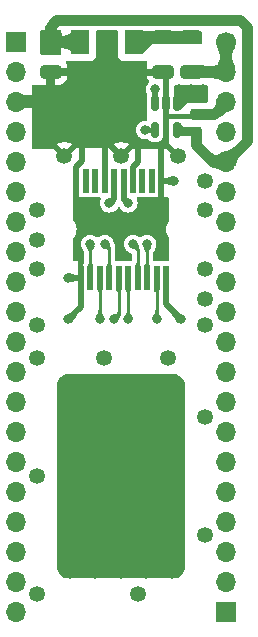
<source format=gtl>
G04 #@! TF.GenerationSoftware,KiCad,Pcbnew,7.0.7*
G04 #@! TF.CreationDate,2023-09-03T23:32:02-04:00*
G04 #@! TF.ProjectId,sfp-snoop,7366702d-736e-46f6-9f70-2e6b69636164,rev?*
G04 #@! TF.SameCoordinates,Original*
G04 #@! TF.FileFunction,Copper,L1,Top*
G04 #@! TF.FilePolarity,Positive*
%FSLAX46Y46*%
G04 Gerber Fmt 4.6, Leading zero omitted, Abs format (unit mm)*
G04 Created by KiCad (PCBNEW 7.0.7) date 2023-09-03 23:32:02*
%MOMM*%
%LPD*%
G01*
G04 APERTURE LIST*
G04 Aperture macros list*
%AMRoundRect*
0 Rectangle with rounded corners*
0 $1 Rounding radius*
0 $2 $3 $4 $5 $6 $7 $8 $9 X,Y pos of 4 corners*
0 Add a 4 corners polygon primitive as box body*
4,1,4,$2,$3,$4,$5,$6,$7,$8,$9,$2,$3,0*
0 Add four circle primitives for the rounded corners*
1,1,$1+$1,$2,$3*
1,1,$1+$1,$4,$5*
1,1,$1+$1,$6,$7*
1,1,$1+$1,$8,$9*
0 Add four rect primitives between the rounded corners*
20,1,$1+$1,$2,$3,$4,$5,0*
20,1,$1+$1,$4,$5,$6,$7,0*
20,1,$1+$1,$6,$7,$8,$9,0*
20,1,$1+$1,$8,$9,$2,$3,0*%
G04 Aperture macros list end*
G04 #@! TA.AperFunction,ComponentPad*
%ADD10C,1.700000*%
G04 #@! TD*
G04 #@! TA.AperFunction,ComponentPad*
%ADD11O,1.700000X1.700000*%
G04 #@! TD*
G04 #@! TA.AperFunction,ComponentPad*
%ADD12R,1.700000X1.700000*%
G04 #@! TD*
G04 #@! TA.AperFunction,SMDPad,CuDef*
%ADD13RoundRect,0.225000X0.250000X-0.225000X0.250000X0.225000X-0.250000X0.225000X-0.250000X-0.225000X0*%
G04 #@! TD*
G04 #@! TA.AperFunction,SMDPad,CuDef*
%ADD14R,0.500000X2.000000*%
G04 #@! TD*
G04 #@! TA.AperFunction,ComponentPad*
%ADD15C,1.350000*%
G04 #@! TD*
G04 #@! TA.AperFunction,SMDPad,CuDef*
%ADD16RoundRect,0.250000X-0.650000X0.325000X-0.650000X-0.325000X0.650000X-0.325000X0.650000X0.325000X0*%
G04 #@! TD*
G04 #@! TA.AperFunction,SMDPad,CuDef*
%ADD17RoundRect,0.150000X-0.150000X0.512500X-0.150000X-0.512500X0.150000X-0.512500X0.150000X0.512500X0*%
G04 #@! TD*
G04 #@! TA.AperFunction,SMDPad,CuDef*
%ADD18RoundRect,0.250000X0.650000X-0.325000X0.650000X0.325000X-0.650000X0.325000X-0.650000X-0.325000X0*%
G04 #@! TD*
G04 #@! TA.AperFunction,SMDPad,CuDef*
%ADD19R,1.500000X2.000000*%
G04 #@! TD*
G04 #@! TA.AperFunction,SMDPad,CuDef*
%ADD20R,3.800000X2.000000*%
G04 #@! TD*
G04 #@! TA.AperFunction,ViaPad*
%ADD21C,0.800000*%
G04 #@! TD*
G04 #@! TA.AperFunction,ViaPad*
%ADD22C,2.159000*%
G04 #@! TD*
G04 #@! TA.AperFunction,Conductor*
%ADD23C,0.254000*%
G04 #@! TD*
G04 #@! TA.AperFunction,Conductor*
%ADD24C,0.508000*%
G04 #@! TD*
G04 #@! TA.AperFunction,Conductor*
%ADD25C,0.381000*%
G04 #@! TD*
G04 #@! TA.AperFunction,Conductor*
%ADD26C,0.889000*%
G04 #@! TD*
G04 #@! TA.AperFunction,Conductor*
%ADD27C,1.016000*%
G04 #@! TD*
G04 APERTURE END LIST*
D10*
X147320000Y-63500000D03*
D11*
X147320000Y-66040000D03*
X147320000Y-68580000D03*
X147320000Y-71120000D03*
X147320000Y-73660000D03*
X147320000Y-76200000D03*
X147320000Y-78740000D03*
X147320000Y-81280000D03*
X147320000Y-83820000D03*
X147320000Y-86360000D03*
X147320000Y-88900000D03*
X147320000Y-91440000D03*
X147320000Y-93980000D03*
X147320000Y-96520000D03*
X147320000Y-99060000D03*
X147320000Y-101600000D03*
X147320000Y-104140000D03*
X147320000Y-106680000D03*
X147320000Y-109220000D03*
D12*
X147320000Y-111760000D03*
D13*
X144729200Y-71158400D03*
X144729200Y-69608400D03*
D14*
X135025000Y-83475000D03*
X135825000Y-83475000D03*
X136625000Y-83475000D03*
X137425000Y-83475000D03*
X138225000Y-83475000D03*
X139025000Y-83475000D03*
X139825000Y-83475000D03*
X140625000Y-83475000D03*
X141425000Y-83475000D03*
X142225000Y-83475000D03*
X141825000Y-75275000D03*
X141025000Y-75275000D03*
X140225000Y-75275000D03*
X139425000Y-75275000D03*
X138625000Y-75275000D03*
X137825000Y-75275000D03*
X137025000Y-75275000D03*
X136225000Y-75275000D03*
X135425000Y-75275000D03*
X134625000Y-75275000D03*
D15*
X131300000Y-110275000D03*
X139875000Y-110275000D03*
X145550000Y-105275000D03*
X131300000Y-100275000D03*
X145550000Y-95275000D03*
X131300000Y-90275000D03*
X136975000Y-90275000D03*
X142375000Y-90275000D03*
X131300000Y-87475000D03*
X145550000Y-87475000D03*
X145550000Y-85275000D03*
X131300000Y-82775000D03*
X145550000Y-82775000D03*
X131300000Y-80275000D03*
X131300000Y-77775000D03*
X145550000Y-77775000D03*
X145550000Y-75275000D03*
X133625000Y-73175000D03*
X138425000Y-73175000D03*
X143225000Y-73175000D03*
D12*
X129540000Y-63500000D03*
D11*
X129540000Y-66040000D03*
X129540000Y-68580000D03*
X129540000Y-71120000D03*
X129540000Y-73660000D03*
X129540000Y-76200000D03*
X129540000Y-78740000D03*
X129540000Y-81280000D03*
X129540000Y-83820000D03*
X129540000Y-86360000D03*
X129540000Y-88900000D03*
X129540000Y-91440000D03*
X129540000Y-93980000D03*
X129540000Y-96520000D03*
X129540000Y-99060000D03*
X129540000Y-101600000D03*
X129540000Y-104140000D03*
X129540000Y-106680000D03*
X129540000Y-109220000D03*
X129540000Y-111760000D03*
D16*
X142010000Y-63095000D03*
X142010000Y-66045000D03*
X132460000Y-63095000D03*
X132460000Y-66045000D03*
D17*
X143190000Y-68687100D03*
X142240000Y-68687100D03*
X141290000Y-68687100D03*
X141290000Y-70962100D03*
X143190000Y-70962100D03*
D18*
X144340000Y-66045000D03*
X144340000Y-63095000D03*
D19*
X139525000Y-63520000D03*
X137225000Y-63520000D03*
D20*
X137225000Y-69820000D03*
D19*
X134925000Y-63520000D03*
D21*
X141290000Y-67538600D03*
X140625000Y-80619600D03*
X139425000Y-80619600D03*
X135825000Y-80619600D03*
X137025000Y-80619600D03*
X137825000Y-86995000D03*
X139025000Y-86995000D03*
X136625000Y-86995000D03*
X140462000Y-70962100D03*
X141425000Y-86995000D03*
X134431000Y-65607000D03*
D22*
X142722600Y-103530400D03*
X140563600Y-97053400D03*
X136245600Y-105689400D03*
X142722600Y-101371400D03*
X142722600Y-99212400D03*
X136245600Y-97053400D03*
D21*
X137225000Y-66750000D03*
X137225000Y-65607000D03*
X135077200Y-79629000D03*
D22*
X134086600Y-105689400D03*
X136245600Y-101371400D03*
X134086600Y-107848400D03*
X138404600Y-103530400D03*
D21*
X138622000Y-66750000D03*
D22*
X136245600Y-99212400D03*
X138404600Y-92735400D03*
X134086600Y-99212400D03*
X140563600Y-92735400D03*
D21*
X134431000Y-66750000D03*
D22*
X134086600Y-101371400D03*
X142722600Y-92735400D03*
X142722600Y-105689400D03*
D21*
X138622000Y-67893000D03*
X135828000Y-66750000D03*
D22*
X138404600Y-94894400D03*
X140563600Y-99212400D03*
D21*
X142875000Y-75275000D03*
X135559800Y-71424800D03*
X137225000Y-67893000D03*
X141579600Y-79375000D03*
X140019000Y-66750000D03*
D22*
X140563600Y-101371400D03*
X142722600Y-97053400D03*
X134086600Y-97053400D03*
X134086600Y-92735400D03*
D21*
X138622000Y-65607000D03*
X131546600Y-71424800D03*
D22*
X140563600Y-107848400D03*
X140563600Y-94894400D03*
X138404600Y-101371400D03*
X142722600Y-94894400D03*
D21*
X133959600Y-83475000D03*
D22*
X136245600Y-107848400D03*
D21*
X135828000Y-65607000D03*
D22*
X140563600Y-103530400D03*
D21*
X131546600Y-67919600D03*
D22*
X134086600Y-94894400D03*
X136245600Y-103530400D03*
X136245600Y-92735400D03*
X142722600Y-107848400D03*
X138404600Y-105689400D03*
D21*
X135828000Y-67893000D03*
D22*
X138404600Y-97053400D03*
X136245600Y-94894400D03*
D21*
X133959600Y-86995000D03*
X140019000Y-67893000D03*
D22*
X138404600Y-107848400D03*
D21*
X140019000Y-65607000D03*
X134431000Y-67893000D03*
X131546600Y-69596000D03*
D22*
X134086600Y-103530400D03*
X138404600Y-99212400D03*
X140563600Y-105689400D03*
D21*
X132943600Y-64185800D03*
X145338800Y-67538600D03*
X144340000Y-67538600D03*
X137425000Y-77180000D03*
X143332200Y-67538600D03*
X139025000Y-77180000D03*
X143484600Y-86995000D03*
D23*
X141290000Y-67538600D02*
X141290000Y-68687100D01*
X140625000Y-83475000D02*
X140625000Y-80619600D01*
X139825000Y-83475000D02*
X139825000Y-81019600D01*
X139825000Y-81019600D02*
X139425000Y-80619600D01*
X135825000Y-83475000D02*
X135825000Y-80619600D01*
X137425000Y-83475000D02*
X137425000Y-81019600D01*
X137425000Y-81019600D02*
X137025000Y-80619600D01*
X138225000Y-83475000D02*
X138225000Y-86595000D01*
X138225000Y-86595000D02*
X137825000Y-86995000D01*
X139025000Y-83475000D02*
X139025000Y-86995000D01*
X136625000Y-83475000D02*
X136625000Y-86995000D01*
X140462000Y-70962100D02*
X141290000Y-70962100D01*
X141425000Y-83475000D02*
X141425000Y-86995000D01*
D24*
X134625000Y-74086800D02*
X135102600Y-73609200D01*
D23*
X142367000Y-68814100D02*
X142240000Y-68687100D01*
D25*
X142240000Y-69824600D02*
X142240000Y-68687100D01*
D24*
X137025000Y-70020000D02*
X137225000Y-69820000D01*
X137025000Y-75275000D02*
X137025000Y-70020000D01*
X135025000Y-83475000D02*
X135025000Y-85929600D01*
D26*
X144729200Y-69608400D02*
X146291600Y-69608400D01*
D24*
X141825000Y-75275000D02*
X142875000Y-75275000D01*
X139852400Y-73660000D02*
X139852400Y-72186800D01*
X142240000Y-68687100D02*
X142240000Y-66275000D01*
D25*
X144513000Y-69824600D02*
X142240000Y-69824600D01*
D24*
X142240000Y-66275000D02*
X142010000Y-66045000D01*
X133959600Y-83475000D02*
X135025000Y-83475000D01*
X135102600Y-73609200D02*
X135102600Y-72034400D01*
X135025000Y-85929600D02*
X133959600Y-86995000D01*
X139425000Y-74087400D02*
X139852400Y-73660000D01*
X134625000Y-75275000D02*
X134625000Y-74086800D01*
D26*
X146291600Y-69608400D02*
X147320000Y-68580000D01*
D25*
X144729200Y-69608400D02*
X144513000Y-69824600D01*
D24*
X139425000Y-75275000D02*
X139425000Y-74087400D01*
D25*
X144729200Y-69608400D02*
X144487600Y-69850000D01*
D24*
X141825000Y-75275000D02*
X141825000Y-72229000D01*
D23*
X133702000Y-73602000D02*
X133625000Y-73602000D01*
D26*
X132460000Y-63095000D02*
X132460000Y-62165000D01*
X147320000Y-73660000D02*
X146177000Y-73660000D01*
X132950000Y-61675000D02*
X148475000Y-61675000D01*
X149075000Y-71905000D02*
X147320000Y-73660000D01*
X144729200Y-72212200D02*
X144729200Y-71158400D01*
X132460000Y-62165000D02*
X132950000Y-61675000D01*
D27*
X134925000Y-63520000D02*
X132885000Y-63520000D01*
D26*
X148475000Y-61675000D02*
X149075000Y-62275000D01*
X146177000Y-73660000D02*
X144729200Y-72212200D01*
X147320000Y-73660000D02*
X147290000Y-73660000D01*
X149075000Y-62275000D02*
X149075000Y-71905000D01*
D27*
X132885000Y-63520000D02*
X132460000Y-63095000D01*
X147320000Y-66040000D02*
X144345000Y-66040000D01*
X147320000Y-66040000D02*
X147320000Y-63500000D01*
D24*
X137825000Y-76780000D02*
X137425000Y-77180000D01*
X138625000Y-75275000D02*
X138625000Y-76780000D01*
X138625000Y-76780000D02*
X139025000Y-77180000D01*
X137825000Y-75275000D02*
X137825000Y-76780000D01*
X142225000Y-83475000D02*
X142225000Y-85735400D01*
X142225000Y-85735400D02*
X143484600Y-86995000D01*
G04 #@! TA.AperFunction,Conductor*
G36*
X141435031Y-83516262D02*
G01*
X141436351Y-83519449D01*
X141673709Y-84469833D01*
X141672389Y-84478690D01*
X141671952Y-84479365D01*
X141650403Y-84510234D01*
X141650400Y-84510239D01*
X141630108Y-84545395D01*
X141625797Y-84552864D01*
X141601203Y-84602854D01*
X141601203Y-84602853D01*
X141576600Y-84660240D01*
X141554866Y-84717455D01*
X141548725Y-84723972D01*
X141543929Y-84725000D01*
X141306071Y-84725000D01*
X141297798Y-84721573D01*
X141295134Y-84717455D01*
X141273400Y-84660240D01*
X141248797Y-84602853D01*
X141248797Y-84602854D01*
X141224203Y-84552864D01*
X141219891Y-84545395D01*
X141199600Y-84510239D01*
X141178046Y-84479364D01*
X141176122Y-84470620D01*
X141176290Y-84469833D01*
X141413649Y-83519449D01*
X141418978Y-83512253D01*
X141427835Y-83510933D01*
X141435031Y-83516262D01*
G37*
G04 #@! TD.AperFunction*
G04 #@! TA.AperFunction,Conductor*
G36*
X146546900Y-68259765D02*
G01*
X147316512Y-68578143D01*
X147322846Y-68584472D01*
X147322853Y-68584488D01*
X147641156Y-69355309D01*
X147641147Y-69364264D01*
X147635652Y-69370201D01*
X147253707Y-69564720D01*
X146985606Y-69751232D01*
X146754481Y-69906040D01*
X146752080Y-69907273D01*
X146470811Y-70012816D01*
X146467789Y-70013511D01*
X146058764Y-70051705D01*
X146050208Y-70049062D01*
X146046027Y-70041144D01*
X146045976Y-70040056D01*
X146045976Y-69173379D01*
X146049403Y-69165106D01*
X146055246Y-69161934D01*
X146276027Y-69115119D01*
X146384083Y-68981192D01*
X146425986Y-68780736D01*
X146457472Y-68533199D01*
X146457800Y-68531572D01*
X146531166Y-68267447D01*
X146536681Y-68260394D01*
X146545569Y-68259307D01*
X146546900Y-68259765D01*
G37*
G04 #@! TD.AperFunction*
G04 #@! TA.AperFunction,Conductor*
G36*
X136183123Y-80767908D02*
G01*
X136189441Y-80774255D01*
X136189420Y-80783209D01*
X136189148Y-80783813D01*
X136118684Y-80929093D01*
X136118419Y-80929578D01*
X136052063Y-81038776D01*
X135999304Y-81134561D01*
X135999301Y-81134568D01*
X135964534Y-81250301D01*
X135964533Y-81250304D01*
X135952802Y-81408764D01*
X135948774Y-81416761D01*
X135941134Y-81419600D01*
X135708866Y-81419600D01*
X135700593Y-81416173D01*
X135697198Y-81408764D01*
X135685465Y-81250304D01*
X135685464Y-81250301D01*
X135650696Y-81134568D01*
X135650693Y-81134561D01*
X135597935Y-81038776D01*
X135531579Y-80929578D01*
X135531314Y-80929092D01*
X135460851Y-80783813D01*
X135460324Y-80774874D01*
X135466272Y-80768180D01*
X135466862Y-80767914D01*
X135820500Y-80620475D01*
X135829449Y-80620455D01*
X136183123Y-80767908D01*
G37*
G04 #@! TD.AperFunction*
G04 #@! TA.AperFunction,Conductor*
G36*
X147324484Y-63500863D02*
G01*
X148094576Y-63820826D01*
X148100900Y-63827164D01*
X148100925Y-63836036D01*
X148026688Y-64018654D01*
X147973416Y-64149701D01*
X147973413Y-64149710D01*
X147891765Y-64387099D01*
X147848325Y-64599755D01*
X147831078Y-64849965D01*
X147828102Y-65188403D01*
X147824602Y-65196646D01*
X147816402Y-65200000D01*
X146823598Y-65200000D01*
X146815325Y-65196573D01*
X146811898Y-65188403D01*
X146808921Y-64849964D01*
X146808921Y-64849958D01*
X146791672Y-64599752D01*
X146748233Y-64387096D01*
X146666583Y-64149701D01*
X146539074Y-63836035D01*
X146539133Y-63827081D01*
X146545422Y-63820826D01*
X147315511Y-63500864D01*
X147324466Y-63500856D01*
X147324484Y-63500863D01*
G37*
G04 #@! TD.AperFunction*
G04 #@! TA.AperFunction,Conductor*
G36*
X142801831Y-91592699D02*
G01*
X142879070Y-91600305D01*
X142984861Y-91610725D01*
X143008691Y-91615464D01*
X143175924Y-91666194D01*
X143198372Y-91675493D01*
X143352487Y-91757869D01*
X143372698Y-91771374D01*
X143507779Y-91882232D01*
X143524967Y-91899420D01*
X143635825Y-92034501D01*
X143649330Y-92054712D01*
X143731703Y-92208819D01*
X143741006Y-92231278D01*
X143791733Y-92398502D01*
X143796475Y-92422343D01*
X143814501Y-92605367D01*
X143814800Y-92611448D01*
X143814800Y-107921551D01*
X143814501Y-107927632D01*
X143796475Y-108110656D01*
X143791733Y-108134497D01*
X143741006Y-108301721D01*
X143731703Y-108324180D01*
X143649330Y-108478287D01*
X143635825Y-108498498D01*
X143524967Y-108633579D01*
X143507779Y-108650767D01*
X143372698Y-108761625D01*
X143352487Y-108775130D01*
X143198380Y-108857503D01*
X143175921Y-108866806D01*
X143008697Y-108917533D01*
X142984856Y-108922275D01*
X142801832Y-108940301D01*
X142795751Y-108940600D01*
X134013449Y-108940600D01*
X134007368Y-108940301D01*
X133824343Y-108922275D01*
X133800502Y-108917533D01*
X133633278Y-108866806D01*
X133610822Y-108857504D01*
X133456712Y-108775130D01*
X133436501Y-108761625D01*
X133301420Y-108650767D01*
X133284232Y-108633579D01*
X133173374Y-108498498D01*
X133159869Y-108478287D01*
X133077493Y-108324172D01*
X133068193Y-108301721D01*
X133017464Y-108134491D01*
X133012725Y-108110663D01*
X132994697Y-107927619D01*
X132994400Y-107921571D01*
X132994400Y-92611427D01*
X132994697Y-92605381D01*
X133012725Y-92422334D01*
X133017464Y-92398510D01*
X133068195Y-92231271D01*
X133077491Y-92208830D01*
X133159872Y-92054706D01*
X133173374Y-92034501D01*
X133284236Y-91899415D01*
X133301415Y-91882236D01*
X133436502Y-91771372D01*
X133456706Y-91757872D01*
X133610830Y-91675491D01*
X133633271Y-91666195D01*
X133800510Y-91615464D01*
X133824336Y-91610725D01*
X133936340Y-91599694D01*
X134007369Y-91592699D01*
X134013449Y-91592400D01*
X142795751Y-91592400D01*
X142801831Y-91592699D01*
G37*
G04 #@! TD.AperFunction*
G04 #@! TA.AperFunction,Conductor*
G36*
X144995230Y-65470647D02*
G01*
X145155000Y-65490440D01*
X145319999Y-65506860D01*
X145485000Y-65519259D01*
X145650000Y-65527639D01*
X145803611Y-65531698D01*
X145811789Y-65535342D01*
X145815000Y-65543394D01*
X145815000Y-66536717D01*
X145811573Y-66544990D01*
X145803725Y-66548409D01*
X145652251Y-66553911D01*
X145489503Y-66563843D01*
X145326756Y-66577796D01*
X145164008Y-66595768D01*
X145006488Y-66617053D01*
X144997830Y-66614764D01*
X144997267Y-66614307D01*
X144975831Y-66595768D01*
X144349123Y-66053755D01*
X144345109Y-66045753D01*
X144347929Y-66037253D01*
X144349033Y-66036138D01*
X144919805Y-65532000D01*
X144986049Y-65473489D01*
X144994517Y-65470581D01*
X144995230Y-65470647D01*
G37*
G04 #@! TD.AperFunction*
G04 #@! TA.AperFunction,Conductor*
G36*
X138348477Y-86364112D02*
G01*
X138351904Y-86372385D01*
X138351904Y-86372480D01*
X138350375Y-86560972D01*
X138350362Y-86561313D01*
X138340852Y-86704071D01*
X138340751Y-86704836D01*
X138316421Y-86825923D01*
X138316222Y-86826661D01*
X138269977Y-86962134D01*
X138269862Y-86962444D01*
X138198972Y-87137177D01*
X138192686Y-87143554D01*
X138183731Y-87143620D01*
X138183678Y-87143598D01*
X137829503Y-86997853D01*
X137823156Y-86991535D01*
X137823141Y-86991500D01*
X137755047Y-86826661D01*
X137676854Y-86637375D01*
X137676863Y-86628422D01*
X137683201Y-86622096D01*
X137684272Y-86621714D01*
X137804928Y-86585221D01*
X137805511Y-86585077D01*
X137922009Y-86563021D01*
X137928694Y-86560972D01*
X138014756Y-86534592D01*
X138014756Y-86534591D01*
X138014758Y-86534591D01*
X138075933Y-86475319D01*
X138082129Y-86443127D01*
X138096174Y-86370173D01*
X138101103Y-86362697D01*
X138107663Y-86360685D01*
X138340204Y-86360685D01*
X138348477Y-86364112D01*
G37*
G04 #@! TD.AperFunction*
G04 #@! TA.AperFunction,Conductor*
G36*
X147315028Y-72814352D02*
G01*
X147319834Y-72821907D01*
X147320011Y-72823922D01*
X147320705Y-73658366D01*
X147319810Y-73662865D01*
X146999104Y-74434743D01*
X146992765Y-74441068D01*
X146984065Y-74441161D01*
X146584435Y-74286013D01*
X146286428Y-74174573D01*
X146285946Y-74174367D01*
X146177648Y-74122190D01*
X146041390Y-74056543D01*
X146039683Y-74055535D01*
X145788175Y-73876518D01*
X145787588Y-73876041D01*
X145477741Y-73588711D01*
X145474005Y-73580573D01*
X145477118Y-73572176D01*
X145477396Y-73571887D01*
X146090760Y-72958523D01*
X146099032Y-72955097D01*
X146105390Y-72956976D01*
X146332612Y-73104174D01*
X146538538Y-73089886D01*
X146749140Y-72985244D01*
X146996888Y-72867206D01*
X146999888Y-72866248D01*
X147306287Y-72812409D01*
X147315028Y-72814352D01*
G37*
G04 #@! TD.AperFunction*
G04 #@! TA.AperFunction,Conductor*
G36*
X137552202Y-82228427D02*
G01*
X137554866Y-82232545D01*
X137576600Y-82289759D01*
X137601203Y-82347146D01*
X137601203Y-82347145D01*
X137625797Y-82397135D01*
X137625800Y-82397140D01*
X137650400Y-82439760D01*
X137650404Y-82439766D01*
X137650403Y-82439765D01*
X137671952Y-82470634D01*
X137673877Y-82479379D01*
X137673709Y-82480166D01*
X137436351Y-83430550D01*
X137431022Y-83437746D01*
X137422165Y-83439066D01*
X137414969Y-83433737D01*
X137413649Y-83430550D01*
X137176290Y-82480166D01*
X137177610Y-82471309D01*
X137178037Y-82470649D01*
X137199600Y-82439760D01*
X137224200Y-82397140D01*
X137224203Y-82397135D01*
X137248797Y-82347146D01*
X137273400Y-82289759D01*
X137295134Y-82232545D01*
X137301275Y-82226028D01*
X137306071Y-82225000D01*
X137543929Y-82225000D01*
X137552202Y-82228427D01*
G37*
G04 #@! TD.AperFunction*
G04 #@! TA.AperFunction,Conductor*
G36*
X133972138Y-83075950D02*
G01*
X134158861Y-83090105D01*
X134160910Y-83090445D01*
X134299489Y-83126325D01*
X134300010Y-83126486D01*
X134366000Y-83150311D01*
X134419448Y-83169608D01*
X134559297Y-83205816D01*
X134759600Y-83221000D01*
X134759600Y-83729000D01*
X134559297Y-83744184D01*
X134419448Y-83780392D01*
X134366000Y-83799688D01*
X134366000Y-83799687D01*
X134300010Y-83823513D01*
X134299489Y-83823674D01*
X134160910Y-83859554D01*
X134158861Y-83859894D01*
X133972152Y-83874048D01*
X133963644Y-83871256D01*
X133959601Y-83863265D01*
X133959568Y-83862424D01*
X133958600Y-83475000D01*
X133959568Y-83087587D01*
X133963016Y-83079324D01*
X133971297Y-83075918D01*
X133972138Y-83075950D01*
G37*
G04 #@! TD.AperFunction*
G04 #@! TA.AperFunction,Conductor*
G36*
X140997946Y-70670020D02*
G01*
X141090673Y-70762439D01*
X141282685Y-70953813D01*
X141286126Y-70962080D01*
X141282713Y-70970358D01*
X141282685Y-70970386D01*
X140997946Y-71254179D01*
X140989668Y-71257592D01*
X140981753Y-71254491D01*
X140929998Y-71206737D01*
X140870000Y-71161759D01*
X140810000Y-71127160D01*
X140809994Y-71127157D01*
X140809988Y-71127154D01*
X140809986Y-71127153D01*
X140750007Y-71102942D01*
X140750002Y-71102940D01*
X140750000Y-71102940D01*
X140713112Y-71094431D01*
X140699070Y-71091192D01*
X140691779Y-71085993D01*
X140690000Y-71079791D01*
X140690000Y-70844408D01*
X140693427Y-70836135D01*
X140699067Y-70833008D01*
X140750000Y-70821259D01*
X140769999Y-70813185D01*
X140809986Y-70797045D01*
X140809988Y-70797044D01*
X140809988Y-70797043D01*
X140810000Y-70797039D01*
X140870000Y-70762440D01*
X140930000Y-70717460D01*
X140981755Y-70669707D01*
X140990157Y-70666616D01*
X140997946Y-70670020D01*
G37*
G04 #@! TD.AperFunction*
G04 #@! TA.AperFunction,Conductor*
G36*
X136749407Y-86198427D02*
G01*
X136752802Y-86205836D01*
X136764533Y-86364294D01*
X136764534Y-86364297D01*
X136799301Y-86480030D01*
X136799304Y-86480037D01*
X136852063Y-86575823D01*
X136918419Y-86685019D01*
X136918684Y-86685505D01*
X136989148Y-86830786D01*
X136989675Y-86839725D01*
X136983727Y-86846419D01*
X136983123Y-86846691D01*
X136629502Y-86994123D01*
X136620548Y-86994144D01*
X136620498Y-86994123D01*
X136266876Y-86846691D01*
X136260558Y-86840344D01*
X136260579Y-86831390D01*
X136260844Y-86830801D01*
X136331321Y-86685492D01*
X136331579Y-86685019D01*
X136397935Y-86575823D01*
X136450693Y-86480037D01*
X136450694Y-86480036D01*
X136485465Y-86364294D01*
X136497197Y-86205836D01*
X136501226Y-86197839D01*
X136508866Y-86195000D01*
X136741134Y-86195000D01*
X136749407Y-86198427D01*
G37*
G04 #@! TD.AperFunction*
G04 #@! TA.AperFunction,Conductor*
G36*
X131140200Y-69138800D02*
G01*
X129612031Y-69138800D01*
X129596757Y-69134315D01*
X129551002Y-69081511D01*
X129540000Y-69030942D01*
X129540000Y-68103777D01*
X129559439Y-68037565D01*
X129607634Y-67995800D01*
X131140200Y-67995800D01*
X131140200Y-69138800D01*
G37*
G04 #@! TD.AperFunction*
G04 #@! TA.AperFunction,Conductor*
G36*
X139149407Y-86198427D02*
G01*
X139152802Y-86205836D01*
X139164533Y-86364294D01*
X139164534Y-86364297D01*
X139199301Y-86480030D01*
X139199304Y-86480037D01*
X139252063Y-86575823D01*
X139318419Y-86685019D01*
X139318684Y-86685505D01*
X139389148Y-86830786D01*
X139389675Y-86839725D01*
X139383727Y-86846419D01*
X139383123Y-86846691D01*
X139029502Y-86994123D01*
X139020548Y-86994144D01*
X139020498Y-86994123D01*
X138666876Y-86846691D01*
X138660558Y-86840344D01*
X138660579Y-86831390D01*
X138660844Y-86830801D01*
X138731321Y-86685492D01*
X138731579Y-86685019D01*
X138797935Y-86575823D01*
X138850693Y-86480037D01*
X138850694Y-86480036D01*
X138885465Y-86364294D01*
X138897197Y-86205836D01*
X138901226Y-86197839D01*
X138908866Y-86195000D01*
X139141134Y-86195000D01*
X139149407Y-86198427D01*
G37*
G04 #@! TD.AperFunction*
G04 #@! TA.AperFunction,Conductor*
G36*
X147824675Y-64343427D02*
G01*
X147828102Y-64351597D01*
X147831078Y-64690034D01*
X147848325Y-64940242D01*
X147848326Y-64940246D01*
X147891766Y-65152902D01*
X147973416Y-65390297D01*
X148043582Y-65562901D01*
X148100925Y-65703963D01*
X148100866Y-65712918D01*
X148094575Y-65719174D01*
X147324489Y-66039134D01*
X147315534Y-66039143D01*
X147315511Y-66039134D01*
X146545424Y-65719174D01*
X146539099Y-65712835D01*
X146539074Y-65703963D01*
X146666583Y-65390297D01*
X146748233Y-65152902D01*
X146791672Y-64940246D01*
X146808921Y-64690041D01*
X146808921Y-64690035D01*
X146811898Y-64351597D01*
X146815398Y-64343354D01*
X146823598Y-64340000D01*
X147816402Y-64340000D01*
X147824675Y-64343427D01*
G37*
G04 #@! TD.AperFunction*
G04 #@! TA.AperFunction,Conductor*
G36*
X141416778Y-67728027D02*
G01*
X141419630Y-67732679D01*
X141449316Y-67823879D01*
X141481632Y-67912778D01*
X141513949Y-67991297D01*
X141513948Y-67991297D01*
X141528039Y-68021007D01*
X141546265Y-68059437D01*
X141546269Y-68059444D01*
X141575541Y-68111762D01*
X141576590Y-68120655D01*
X141575773Y-68122753D01*
X141300442Y-68667442D01*
X141293651Y-68673280D01*
X141284722Y-68672606D01*
X141279558Y-68667442D01*
X141004227Y-68122754D01*
X141003553Y-68113825D01*
X141004458Y-68111763D01*
X141033730Y-68059444D01*
X141033729Y-68059444D01*
X141033734Y-68059437D01*
X141051959Y-68021007D01*
X141066051Y-67991297D01*
X141066050Y-67991297D01*
X141098367Y-67912778D01*
X141130683Y-67823879D01*
X141160370Y-67732679D01*
X141166189Y-67725872D01*
X141171495Y-67724600D01*
X141408505Y-67724600D01*
X141416778Y-67728027D01*
G37*
G04 #@! TD.AperFunction*
G04 #@! TA.AperFunction,Conductor*
G36*
X134181041Y-62776033D02*
G01*
X134547837Y-63142341D01*
X134917709Y-63511721D01*
X134921141Y-63519992D01*
X134917720Y-63528268D01*
X134917709Y-63528279D01*
X134181044Y-64263963D01*
X134172768Y-64267384D01*
X134167409Y-64266080D01*
X134025006Y-64192562D01*
X134025004Y-64192561D01*
X134025000Y-64192559D01*
X133875000Y-64129639D01*
X133803914Y-64106702D01*
X133725001Y-64081240D01*
X133683012Y-64071756D01*
X133575000Y-64047360D01*
X133574993Y-64047359D01*
X133435202Y-64029316D01*
X133427436Y-64024858D01*
X133425000Y-64017712D01*
X133425000Y-63022287D01*
X133428427Y-63014014D01*
X133435201Y-63010683D01*
X133575000Y-62992639D01*
X133725000Y-62958759D01*
X133875000Y-62910360D01*
X134025000Y-62847440D01*
X134167411Y-62773917D01*
X134176332Y-62773167D01*
X134181041Y-62776033D01*
G37*
G04 #@! TD.AperFunction*
G04 #@! TA.AperFunction,Conductor*
G36*
X138877752Y-76549112D02*
G01*
X138880935Y-76555007D01*
X138904780Y-76669877D01*
X138963450Y-76723526D01*
X138973494Y-76732710D01*
X139024320Y-76751187D01*
X139072202Y-76768594D01*
X139186534Y-76811404D01*
X139189210Y-76812825D01*
X139296579Y-76889150D01*
X139301336Y-76896736D01*
X139299336Y-76905465D01*
X139298088Y-76906945D01*
X139026659Y-77179334D01*
X139022823Y-77181895D01*
X138665674Y-77328864D01*
X138656720Y-77328843D01*
X138650671Y-77323099D01*
X138564352Y-77142864D01*
X138486188Y-77009515D01*
X138486058Y-77009280D01*
X138425549Y-76893370D01*
X138424661Y-76891133D01*
X138424102Y-76889150D01*
X138385530Y-76752343D01*
X138385121Y-76749987D01*
X138371864Y-76558190D01*
X138374712Y-76549702D01*
X138382729Y-76545713D01*
X138383536Y-76545685D01*
X138869479Y-76545685D01*
X138877752Y-76549112D01*
G37*
G04 #@! TD.AperFunction*
G04 #@! TA.AperFunction,Conductor*
G36*
X143106745Y-86256776D02*
G01*
X143180434Y-86320080D01*
X143250888Y-86380606D01*
X143250891Y-86380608D01*
X143375382Y-86453892D01*
X143490339Y-86507859D01*
X143490802Y-86508103D01*
X143614178Y-86580733D01*
X143615862Y-86581938D01*
X143757893Y-86703953D01*
X143761936Y-86711944D01*
X143759144Y-86720452D01*
X143758563Y-86721080D01*
X143485307Y-86995707D01*
X143210680Y-87268963D01*
X143202399Y-87272369D01*
X143194134Y-87268921D01*
X143193553Y-87268293D01*
X143071538Y-87126262D01*
X143070333Y-87124578D01*
X142997703Y-87001202D01*
X142997459Y-87000739D01*
X142943492Y-86885782D01*
X142870208Y-86761291D01*
X142870206Y-86761288D01*
X142809680Y-86690834D01*
X142746376Y-86617145D01*
X142743585Y-86608639D01*
X142746978Y-86601251D01*
X143090851Y-86257378D01*
X143099123Y-86253952D01*
X143106745Y-86256776D01*
G37*
G04 #@! TD.AperFunction*
G04 #@! TA.AperFunction,Conductor*
G36*
X140625609Y-70597679D02*
G01*
X140626209Y-70597949D01*
X140771496Y-70668416D01*
X140771978Y-70668679D01*
X140881176Y-70735035D01*
X140976961Y-70787793D01*
X140976968Y-70787796D01*
X141092701Y-70822564D01*
X141092704Y-70822565D01*
X141108324Y-70823721D01*
X141251165Y-70834297D01*
X141259161Y-70838325D01*
X141262000Y-70845965D01*
X141262000Y-71078234D01*
X141258573Y-71086507D01*
X141251164Y-71089902D01*
X141092704Y-71101633D01*
X141092701Y-71101634D01*
X140976968Y-71136401D01*
X140976961Y-71136404D01*
X140881176Y-71189163D01*
X140771978Y-71255519D01*
X140771493Y-71255784D01*
X140626213Y-71326248D01*
X140617274Y-71326775D01*
X140610580Y-71320827D01*
X140610308Y-71320223D01*
X140583332Y-71255519D01*
X140462875Y-70966599D01*
X140462855Y-70957650D01*
X140610308Y-70603975D01*
X140616655Y-70597658D01*
X140625609Y-70597679D01*
G37*
G04 #@! TD.AperFunction*
G04 #@! TA.AperFunction,Conductor*
G36*
X140983123Y-80767908D02*
G01*
X140989441Y-80774255D01*
X140989420Y-80783209D01*
X140989148Y-80783813D01*
X140918684Y-80929093D01*
X140918419Y-80929578D01*
X140852063Y-81038776D01*
X140799304Y-81134561D01*
X140799301Y-81134568D01*
X140764534Y-81250301D01*
X140764533Y-81250304D01*
X140752802Y-81408764D01*
X140748774Y-81416761D01*
X140741134Y-81419600D01*
X140508866Y-81419600D01*
X140500593Y-81416173D01*
X140497198Y-81408764D01*
X140485465Y-81250304D01*
X140485464Y-81250301D01*
X140450696Y-81134568D01*
X140450693Y-81134561D01*
X140397935Y-81038776D01*
X140331579Y-80929578D01*
X140331314Y-80929092D01*
X140260851Y-80783813D01*
X140260324Y-80774874D01*
X140266272Y-80768180D01*
X140266862Y-80767914D01*
X140620500Y-80620475D01*
X140629449Y-80620455D01*
X140983123Y-80767908D01*
G37*
G04 #@! TD.AperFunction*
G04 #@! TA.AperFunction,Conductor*
G36*
X138074736Y-76549112D02*
G01*
X138078163Y-76557385D01*
X138078135Y-76558192D01*
X138064878Y-76749981D01*
X138064467Y-76752349D01*
X138025336Y-76891133D01*
X138024447Y-76893372D01*
X137963949Y-77009264D01*
X137963810Y-77009515D01*
X137885645Y-77142868D01*
X137799328Y-77323098D01*
X137792664Y-77329079D01*
X137784324Y-77328864D01*
X137427176Y-77181895D01*
X137423340Y-77179334D01*
X137254119Y-77009515D01*
X137151909Y-76906944D01*
X137148498Y-76898665D01*
X137151939Y-76890398D01*
X137153410Y-76889157D01*
X137260792Y-76812822D01*
X137263460Y-76811405D01*
X137377796Y-76768594D01*
X137476505Y-76732710D01*
X137545219Y-76669876D01*
X137569064Y-76555007D01*
X137574102Y-76547603D01*
X137580521Y-76545685D01*
X138066463Y-76545685D01*
X138074736Y-76549112D01*
G37*
G04 #@! TD.AperFunction*
G04 #@! TA.AperFunction,Conductor*
G36*
X139792632Y-80471022D02*
G01*
X139798950Y-80477369D01*
X139798972Y-80477422D01*
X139869862Y-80652154D01*
X139869977Y-80652464D01*
X139916222Y-80787937D01*
X139916421Y-80788675D01*
X139940751Y-80909761D01*
X139940852Y-80910526D01*
X139950362Y-81053285D01*
X139950375Y-81053626D01*
X139951904Y-81242120D01*
X139948544Y-81250421D01*
X139940299Y-81253915D01*
X139707663Y-81253915D01*
X139699390Y-81250488D01*
X139696174Y-81244427D01*
X139675933Y-81139280D01*
X139614756Y-81080006D01*
X139614757Y-81080006D01*
X139522009Y-81051576D01*
X139405525Y-81029523D01*
X139404919Y-81029374D01*
X139284281Y-80992888D01*
X139277354Y-80987213D01*
X139276469Y-80978302D01*
X139276846Y-80977243D01*
X139423141Y-80623098D01*
X139429465Y-80616762D01*
X139783679Y-80471001D01*
X139792632Y-80471022D01*
G37*
G04 #@! TD.AperFunction*
G04 #@! TA.AperFunction,Conductor*
G36*
X139035031Y-83516262D02*
G01*
X139036351Y-83519449D01*
X139273709Y-84469833D01*
X139272389Y-84478690D01*
X139271952Y-84479365D01*
X139250403Y-84510234D01*
X139250400Y-84510239D01*
X139230108Y-84545395D01*
X139225797Y-84552864D01*
X139201203Y-84602854D01*
X139201203Y-84602853D01*
X139176600Y-84660240D01*
X139154866Y-84717455D01*
X139148725Y-84723972D01*
X139143929Y-84725000D01*
X138906071Y-84725000D01*
X138897798Y-84721573D01*
X138895134Y-84717455D01*
X138873400Y-84660240D01*
X138848797Y-84602853D01*
X138848797Y-84602854D01*
X138824203Y-84552864D01*
X138819891Y-84545395D01*
X138799600Y-84510239D01*
X138778046Y-84479364D01*
X138776122Y-84470620D01*
X138776290Y-84469833D01*
X139013649Y-83519449D01*
X139018978Y-83512253D01*
X139027835Y-83510933D01*
X139035031Y-83516262D01*
G37*
G04 #@! TD.AperFunction*
G04 #@! TA.AperFunction,Conductor*
G36*
X142494000Y-68687100D02*
G01*
X142430500Y-69195100D01*
X142049500Y-69195100D01*
X141986000Y-68687100D01*
X142240000Y-68686100D01*
X142494000Y-68687100D01*
G37*
G04 #@! TD.AperFunction*
G04 #@! TA.AperFunction,Conductor*
G36*
X141549407Y-86198427D02*
G01*
X141552802Y-86205836D01*
X141564533Y-86364294D01*
X141564534Y-86364297D01*
X141599301Y-86480030D01*
X141599304Y-86480037D01*
X141652063Y-86575823D01*
X141718419Y-86685019D01*
X141718684Y-86685505D01*
X141789148Y-86830786D01*
X141789675Y-86839725D01*
X141783727Y-86846419D01*
X141783123Y-86846691D01*
X141429502Y-86994123D01*
X141420548Y-86994144D01*
X141420498Y-86994123D01*
X141066876Y-86846691D01*
X141060558Y-86840344D01*
X141060579Y-86831390D01*
X141060844Y-86830801D01*
X141131321Y-86685492D01*
X141131579Y-86685019D01*
X141197935Y-86575823D01*
X141250693Y-86480037D01*
X141250694Y-86480036D01*
X141285465Y-86364294D01*
X141297197Y-86205836D01*
X141301226Y-86197839D01*
X141308866Y-86195000D01*
X141541134Y-86195000D01*
X141549407Y-86198427D01*
G37*
G04 #@! TD.AperFunction*
G04 #@! TA.AperFunction,Conductor*
G36*
X145688239Y-67151885D02*
G01*
X145733994Y-67204689D01*
X145745200Y-67256200D01*
X145745200Y-68532200D01*
X145725515Y-68599239D01*
X145672711Y-68644994D01*
X145621200Y-68656200D01*
X144094199Y-68656200D01*
X143534119Y-69216281D01*
X143472796Y-69249766D01*
X143446438Y-69252600D01*
X143050800Y-69252600D01*
X142983761Y-69232915D01*
X142938006Y-69180111D01*
X142926800Y-69128600D01*
X142926800Y-67256200D01*
X142946485Y-67189161D01*
X142999289Y-67143406D01*
X143050800Y-67132200D01*
X145621200Y-67132200D01*
X145688239Y-67151885D01*
G37*
G04 #@! TD.AperFunction*
G04 #@! TA.AperFunction,Conductor*
G36*
X142870955Y-74878743D02*
G01*
X142874998Y-74886734D01*
X142875031Y-74887589D01*
X142876000Y-75275000D01*
X142875031Y-75662410D01*
X142871583Y-75670675D01*
X142863302Y-75674081D01*
X142862447Y-75674048D01*
X142675737Y-75659894D01*
X142673688Y-75659554D01*
X142535108Y-75623673D01*
X142534587Y-75623512D01*
X142485400Y-75605753D01*
X142485400Y-75605754D01*
X142415150Y-75580392D01*
X142275302Y-75544184D01*
X142075000Y-75529000D01*
X142075000Y-75021000D01*
X142275302Y-75005816D01*
X142415150Y-74969607D01*
X142534591Y-74926484D01*
X142535108Y-74926325D01*
X142614158Y-74905857D01*
X142673690Y-74890444D01*
X142675735Y-74890105D01*
X142862448Y-74875951D01*
X142870955Y-74878743D01*
G37*
G04 #@! TD.AperFunction*
G04 #@! TA.AperFunction,Conductor*
G36*
X139952202Y-82228427D02*
G01*
X139954866Y-82232545D01*
X139976600Y-82289759D01*
X140001203Y-82347146D01*
X140001203Y-82347145D01*
X140025797Y-82397135D01*
X140025800Y-82397140D01*
X140050400Y-82439760D01*
X140050404Y-82439766D01*
X140050403Y-82439765D01*
X140071952Y-82470634D01*
X140073877Y-82479379D01*
X140073709Y-82480166D01*
X139836351Y-83430550D01*
X139831022Y-83437746D01*
X139822165Y-83439066D01*
X139814969Y-83433737D01*
X139813649Y-83430550D01*
X139576290Y-82480166D01*
X139577610Y-82471309D01*
X139578037Y-82470649D01*
X139599600Y-82439760D01*
X139624200Y-82397140D01*
X139624203Y-82397135D01*
X139648797Y-82347146D01*
X139673400Y-82289759D01*
X139695134Y-82232545D01*
X139701275Y-82226028D01*
X139706071Y-82225000D01*
X139943929Y-82225000D01*
X139952202Y-82228427D01*
G37*
G04 #@! TD.AperFunction*
G04 #@! TA.AperFunction,Conductor*
G36*
X146992918Y-65259133D02*
G01*
X146999174Y-65265424D01*
X147319134Y-66035511D01*
X147319143Y-66044466D01*
X147319134Y-66044489D01*
X146999174Y-66814575D01*
X146992835Y-66820900D01*
X146983963Y-66820925D01*
X146842901Y-66763582D01*
X146670297Y-66693416D01*
X146432902Y-66611766D01*
X146432899Y-66611765D01*
X146432898Y-66611765D01*
X146220242Y-66568325D01*
X146070081Y-66557974D01*
X145970041Y-66551078D01*
X145949944Y-66550901D01*
X145631597Y-66548101D01*
X145623354Y-66544601D01*
X145620000Y-66536401D01*
X145620000Y-65543597D01*
X145623427Y-65535324D01*
X145631594Y-65531898D01*
X145970041Y-65528921D01*
X146220246Y-65511672D01*
X146432902Y-65468233D01*
X146670297Y-65386583D01*
X146983964Y-65259074D01*
X146992918Y-65259133D01*
G37*
G04 #@! TD.AperFunction*
G04 #@! TA.AperFunction,Conductor*
G36*
X134818039Y-75044685D02*
G01*
X134863794Y-75097489D01*
X134875000Y-75149000D01*
X134875000Y-76656000D01*
X134879000Y-76660000D01*
X134880000Y-76660000D01*
X136605186Y-76660000D01*
X136672225Y-76679685D01*
X136717980Y-76732489D01*
X136727924Y-76801647D01*
X136718624Y-76832160D01*
X136718738Y-76832200D01*
X136717762Y-76834987D01*
X136716903Y-76837808D01*
X136716437Y-76838774D01*
X136658271Y-77005005D01*
X136638555Y-77179996D01*
X136638555Y-77180003D01*
X136658271Y-77354994D01*
X136716438Y-77521229D01*
X136810128Y-77670334D01*
X136810133Y-77670340D01*
X136934659Y-77794866D01*
X136934665Y-77794871D01*
X137083770Y-77888561D01*
X137141580Y-77908789D01*
X137250000Y-77946727D01*
X137250003Y-77946727D01*
X137250005Y-77946728D01*
X137424996Y-77966445D01*
X137425000Y-77966445D01*
X137425004Y-77966445D01*
X137599994Y-77946728D01*
X137599995Y-77946727D01*
X137600000Y-77946727D01*
X137766226Y-77888562D01*
X137766225Y-77888562D01*
X137766229Y-77888561D01*
X137915334Y-77794871D01*
X137915335Y-77794870D01*
X137915340Y-77794867D01*
X138039867Y-77670340D01*
X138120007Y-77542797D01*
X138172339Y-77496508D01*
X138241393Y-77485859D01*
X138305241Y-77514234D01*
X138329992Y-77542798D01*
X138410131Y-77670338D01*
X138534659Y-77794866D01*
X138534665Y-77794871D01*
X138683770Y-77888561D01*
X138741580Y-77908789D01*
X138850000Y-77946727D01*
X138850003Y-77946727D01*
X138850005Y-77946728D01*
X139024996Y-77966445D01*
X139025000Y-77966445D01*
X139025004Y-77966445D01*
X139199994Y-77946728D01*
X139199995Y-77946727D01*
X139200000Y-77946727D01*
X139366226Y-77888562D01*
X139366225Y-77888562D01*
X139366229Y-77888561D01*
X139515334Y-77794871D01*
X139515335Y-77794870D01*
X139515340Y-77794867D01*
X139639867Y-77670340D01*
X139639871Y-77670334D01*
X139733561Y-77521229D01*
X139745937Y-77485859D01*
X139791727Y-77355000D01*
X139811445Y-77180000D01*
X139791727Y-77005000D01*
X139733562Y-76838774D01*
X139733097Y-76837808D01*
X139732983Y-76837120D01*
X139731262Y-76832200D01*
X139732123Y-76831898D01*
X139721741Y-76768867D01*
X139749460Y-76704731D01*
X139807453Y-76665762D01*
X139844814Y-76660000D01*
X141571000Y-76660000D01*
X141575000Y-76656000D01*
X141575000Y-75149000D01*
X141594685Y-75081961D01*
X141647489Y-75036206D01*
X141699000Y-75025000D01*
X141951000Y-75025000D01*
X142018039Y-75044685D01*
X142063794Y-75097489D01*
X142075000Y-75149000D01*
X142075000Y-76656000D01*
X142076200Y-76657200D01*
X142361400Y-76657200D01*
X142428439Y-76676885D01*
X142474194Y-76729689D01*
X142485400Y-76781200D01*
X142485400Y-78615331D01*
X142465715Y-78682370D01*
X142457253Y-78693996D01*
X142368203Y-78802504D01*
X142368198Y-78802511D01*
X142272978Y-78980654D01*
X142214337Y-79173968D01*
X142194538Y-79375000D01*
X142214337Y-79576031D01*
X142272978Y-79769345D01*
X142368198Y-79947488D01*
X142368202Y-79947495D01*
X142370035Y-79949728D01*
X142457254Y-80056004D01*
X142484566Y-80120311D01*
X142485400Y-80134667D01*
X142485400Y-81964800D01*
X142465715Y-82031839D01*
X142412911Y-82077594D01*
X142361400Y-82088800D01*
X141257500Y-82088800D01*
X141190461Y-82069115D01*
X141144706Y-82016311D01*
X141133500Y-81964800D01*
X141133500Y-81471663D01*
X141137031Y-81442282D01*
X141138247Y-81437299D01*
X141145854Y-81334529D01*
X141150759Y-81308012D01*
X141153861Y-81297687D01*
X141164003Y-81273544D01*
X141186636Y-81232454D01*
X141251024Y-81126493D01*
X141255462Y-81118797D01*
X141260103Y-81110304D01*
X141264394Y-81101976D01*
X141328989Y-80968794D01*
X141332275Y-80962873D01*
X141333562Y-80960826D01*
X141334217Y-80958951D01*
X141336950Y-80952381D01*
X141339303Y-80947532D01*
X141339311Y-80947516D01*
X141341833Y-80941915D01*
X141341833Y-80941914D01*
X141341834Y-80941912D01*
X141354683Y-80909562D01*
X141355914Y-80902284D01*
X141361129Y-80882038D01*
X141391727Y-80794600D01*
X141411445Y-80619600D01*
X141399350Y-80512259D01*
X141391728Y-80444605D01*
X141391727Y-80444603D01*
X141391727Y-80444600D01*
X141344071Y-80308406D01*
X141333561Y-80278370D01*
X141239871Y-80129265D01*
X141239866Y-80129259D01*
X141115340Y-80004733D01*
X141115334Y-80004728D01*
X140966229Y-79911038D01*
X140799994Y-79852871D01*
X140625004Y-79833155D01*
X140624996Y-79833155D01*
X140450005Y-79852871D01*
X140283770Y-79911038D01*
X140134665Y-80004728D01*
X140134659Y-80004733D01*
X140112681Y-80026712D01*
X140051358Y-80060197D01*
X139981666Y-80055213D01*
X139937319Y-80026712D01*
X139915340Y-80004733D01*
X139915334Y-80004728D01*
X139766229Y-79911038D01*
X139599994Y-79852871D01*
X139425004Y-79833155D01*
X139424996Y-79833155D01*
X139250005Y-79852871D01*
X139083770Y-79911038D01*
X138934665Y-80004728D01*
X138934659Y-80004733D01*
X138810133Y-80129259D01*
X138810128Y-80129265D01*
X138716438Y-80278370D01*
X138658271Y-80444605D01*
X138638555Y-80619596D01*
X138638555Y-80619603D01*
X138658271Y-80794594D01*
X138716438Y-80960829D01*
X138810128Y-81109934D01*
X138810133Y-81109940D01*
X138934659Y-81234466D01*
X138934665Y-81234471D01*
X139083766Y-81328158D01*
X139083773Y-81328162D01*
X139101993Y-81334537D01*
X139143404Y-81349027D01*
X139150387Y-81351961D01*
X139172392Y-81362838D01*
X139228396Y-81379775D01*
X139286866Y-81418023D01*
X139315376Y-81481811D01*
X139316500Y-81498466D01*
X139316500Y-81964800D01*
X139296815Y-82031839D01*
X139244011Y-82077594D01*
X139192500Y-82088800D01*
X138057500Y-82088800D01*
X137990461Y-82069115D01*
X137944706Y-82016311D01*
X137933500Y-81964800D01*
X137933500Y-81279600D01*
X137935030Y-81260182D01*
X137938391Y-81238985D01*
X137936980Y-81065104D01*
X137937136Y-81060187D01*
X137937417Y-81056256D01*
X137937419Y-81056248D01*
X137936981Y-81050133D01*
X137936827Y-81046229D01*
X137936815Y-81044695D01*
X137936372Y-81033074D01*
X137933637Y-80992016D01*
X137933500Y-80987894D01*
X137933500Y-80983232D01*
X137933002Y-80979770D01*
X137932507Y-80975059D01*
X137926082Y-80878595D01*
X137924846Y-80866141D01*
X137923078Y-80852751D01*
X137920953Y-80839974D01*
X137911835Y-80794597D01*
X137894108Y-80706370D01*
X137891231Y-80694125D01*
X137887744Y-80681195D01*
X137884044Y-80669071D01*
X137834113Y-80522798D01*
X137832318Y-80517962D01*
X137830202Y-80512257D01*
X137757097Y-80332065D01*
X137746566Y-80308415D01*
X137746563Y-80308411D01*
X137746561Y-80308406D01*
X137745715Y-80306922D01*
X137736386Y-80286447D01*
X137733562Y-80278374D01*
X137639867Y-80129260D01*
X137515340Y-80004733D01*
X137515334Y-80004728D01*
X137366229Y-79911038D01*
X137199994Y-79852871D01*
X137025004Y-79833155D01*
X137024996Y-79833155D01*
X136850005Y-79852871D01*
X136683770Y-79911038D01*
X136534665Y-80004728D01*
X136534659Y-80004733D01*
X136512681Y-80026712D01*
X136451358Y-80060197D01*
X136381666Y-80055213D01*
X136337319Y-80026712D01*
X136315340Y-80004733D01*
X136315334Y-80004728D01*
X136166229Y-79911038D01*
X135999994Y-79852871D01*
X135825004Y-79833155D01*
X135824996Y-79833155D01*
X135650005Y-79852871D01*
X135483770Y-79911038D01*
X135334665Y-80004728D01*
X135334659Y-80004733D01*
X135210133Y-80129259D01*
X135210128Y-80129265D01*
X135116438Y-80278370D01*
X135058271Y-80444605D01*
X135038555Y-80619596D01*
X135038555Y-80619602D01*
X135058272Y-80794597D01*
X135110348Y-80943425D01*
X135111302Y-80946389D01*
X135113097Y-80952484D01*
X135113166Y-80952663D01*
X135115781Y-80958949D01*
X135116438Y-80960826D01*
X135116440Y-80960831D01*
X135117724Y-80962873D01*
X135121010Y-80968799D01*
X135185567Y-81101899D01*
X135189778Y-81110080D01*
X135194412Y-81118579D01*
X135198930Y-81126422D01*
X135263362Y-81232454D01*
X135283950Y-81269834D01*
X135285994Y-81273544D01*
X135296137Y-81297696D01*
X135299239Y-81308023D01*
X135304142Y-81334537D01*
X135311753Y-81437306D01*
X135312589Y-81446951D01*
X135313552Y-81452382D01*
X135313119Y-81452458D01*
X135316500Y-81477886D01*
X135316500Y-82001138D01*
X135296815Y-82068177D01*
X135280181Y-82088819D01*
X135275000Y-82094000D01*
X135275000Y-82190902D01*
X135255315Y-82257941D01*
X135255115Y-82258252D01*
X135253101Y-82261366D01*
X135253098Y-82261370D01*
X135234546Y-82293291D01*
X135234542Y-82293300D01*
X135195333Y-82414330D01*
X135195333Y-82414332D01*
X135194012Y-82423195D01*
X135191216Y-82446985D01*
X135201306Y-82573809D01*
X135271305Y-82854085D01*
X135275000Y-82884131D01*
X135275000Y-83601000D01*
X135255315Y-83668039D01*
X135202511Y-83713794D01*
X135151000Y-83725000D01*
X134899000Y-83725000D01*
X134831961Y-83705315D01*
X134786206Y-83652511D01*
X134775000Y-83601000D01*
X134775000Y-82094000D01*
X134773800Y-82092800D01*
X134772400Y-82092800D01*
X134490000Y-82092800D01*
X134422961Y-82073115D01*
X134377206Y-82020311D01*
X134366000Y-81968800D01*
X134366000Y-80139267D01*
X134385685Y-80072228D01*
X134394147Y-80060602D01*
X134394480Y-80060197D01*
X134485140Y-79949727D01*
X134580736Y-79770879D01*
X134639604Y-79576817D01*
X134659481Y-79375000D01*
X134639604Y-79173183D01*
X134580736Y-78979121D01*
X134580734Y-78979118D01*
X134580734Y-78979116D01*
X134485141Y-78800274D01*
X134485139Y-78800271D01*
X134394147Y-78689397D01*
X134366834Y-78625087D01*
X134366000Y-78610732D01*
X134366000Y-76716362D01*
X134375000Y-76685711D01*
X134375000Y-75149000D01*
X134394685Y-75081961D01*
X134447489Y-75036206D01*
X134499000Y-75025000D01*
X134751000Y-75025000D01*
X134818039Y-75044685D01*
G37*
G04 #@! TD.AperFunction*
G04 #@! TA.AperFunction,Conductor*
G36*
X145193039Y-62639685D02*
G01*
X145238794Y-62692489D01*
X145250000Y-62744000D01*
X145250000Y-63551000D01*
X145230315Y-63618039D01*
X145177511Y-63663794D01*
X145126000Y-63675000D01*
X141124999Y-63675000D01*
X140311319Y-64488681D01*
X140249996Y-64522166D01*
X140223638Y-64525000D01*
X138899000Y-64525000D01*
X138831961Y-64505315D01*
X138786206Y-64452511D01*
X138775000Y-64401000D01*
X138775000Y-62744000D01*
X138794685Y-62676961D01*
X138847489Y-62631206D01*
X138899000Y-62620000D01*
X145126000Y-62620000D01*
X145193039Y-62639685D01*
G37*
G04 #@! TD.AperFunction*
G04 #@! TA.AperFunction,Conductor*
G36*
X148215826Y-72151664D02*
G01*
X148828335Y-72764173D01*
X148831762Y-72772446D01*
X148828554Y-72780495D01*
X148594082Y-73027866D01*
X148440767Y-73227122D01*
X148440763Y-73227128D01*
X148335510Y-73419838D01*
X148335495Y-73419869D01*
X148237324Y-73655959D01*
X148109696Y-73974308D01*
X148103436Y-73980712D01*
X148094482Y-73980814D01*
X148094370Y-73980768D01*
X147323785Y-73662562D01*
X147317447Y-73656238D01*
X146999231Y-72885628D01*
X146999240Y-72876674D01*
X147005579Y-72870349D01*
X147005668Y-72870312D01*
X147324040Y-72742674D01*
X147560137Y-72644499D01*
X147752880Y-72539228D01*
X147952135Y-72385914D01*
X148199507Y-72151443D01*
X148207866Y-72148241D01*
X148215826Y-72151664D01*
G37*
G04 #@! TD.AperFunction*
G04 #@! TA.AperFunction,Conductor*
G36*
X135952202Y-82228427D02*
G01*
X135954866Y-82232545D01*
X135976600Y-82289759D01*
X136001203Y-82347146D01*
X136001203Y-82347145D01*
X136025797Y-82397135D01*
X136025800Y-82397140D01*
X136050400Y-82439760D01*
X136050404Y-82439766D01*
X136050403Y-82439765D01*
X136071952Y-82470634D01*
X136073877Y-82479379D01*
X136073709Y-82480166D01*
X135836351Y-83430550D01*
X135831022Y-83437746D01*
X135822165Y-83439066D01*
X135814969Y-83433737D01*
X135813649Y-83430550D01*
X135576290Y-82480166D01*
X135577610Y-82471309D01*
X135578037Y-82470649D01*
X135599600Y-82439760D01*
X135624200Y-82397140D01*
X135624203Y-82397135D01*
X135648797Y-82347146D01*
X135673400Y-82289759D01*
X135695134Y-82232545D01*
X135701275Y-82226028D01*
X135706071Y-82225000D01*
X135943929Y-82225000D01*
X135952202Y-82228427D01*
G37*
G04 #@! TD.AperFunction*
G04 #@! TA.AperFunction,Conductor*
G36*
X137392632Y-80471022D02*
G01*
X137398950Y-80477369D01*
X137398972Y-80477422D01*
X137469862Y-80652154D01*
X137469977Y-80652464D01*
X137516222Y-80787937D01*
X137516421Y-80788675D01*
X137540751Y-80909761D01*
X137540852Y-80910526D01*
X137550362Y-81053285D01*
X137550375Y-81053626D01*
X137551904Y-81242120D01*
X137548544Y-81250421D01*
X137540299Y-81253915D01*
X137307663Y-81253915D01*
X137299390Y-81250488D01*
X137296174Y-81244427D01*
X137275933Y-81139280D01*
X137214756Y-81080006D01*
X137214757Y-81080006D01*
X137122009Y-81051576D01*
X137005525Y-81029523D01*
X137004919Y-81029374D01*
X136884281Y-80992888D01*
X136877354Y-80987213D01*
X136876469Y-80978302D01*
X136876846Y-80977243D01*
X137023141Y-80623098D01*
X137029465Y-80616762D01*
X137383679Y-80471001D01*
X137392632Y-80471022D01*
G37*
G04 #@! TD.AperFunction*
G04 #@! TA.AperFunction,Conductor*
G36*
X138082539Y-62520685D02*
G01*
X138128294Y-62573489D01*
X138139500Y-62625000D01*
X138139501Y-64584180D01*
X138142335Y-64620204D01*
X138187129Y-64774388D01*
X138187131Y-64774393D01*
X138268863Y-64912595D01*
X138268869Y-64912603D01*
X138382396Y-65026130D01*
X138382400Y-65026133D01*
X138382402Y-65026135D01*
X138520607Y-65107869D01*
X138528004Y-65110018D01*
X138674791Y-65152664D01*
X138674794Y-65152664D01*
X138674796Y-65152665D01*
X138686803Y-65153610D01*
X138710817Y-65155500D01*
X138710818Y-65155499D01*
X138710819Y-65155500D01*
X140339180Y-65155499D01*
X140375204Y-65152665D01*
X140451406Y-65130526D01*
X140521274Y-65130725D01*
X140579944Y-65168666D01*
X140608788Y-65232305D01*
X140610000Y-65249602D01*
X140610000Y-65588023D01*
X140609679Y-65594328D01*
X140600558Y-65683605D01*
X140608350Y-65699781D01*
X140610000Y-65719939D01*
X140610000Y-65795000D01*
X142267000Y-65795000D01*
X142334039Y-65814685D01*
X142379794Y-65867489D01*
X142391000Y-65919000D01*
X142391000Y-66302000D01*
X142371315Y-66369039D01*
X142318511Y-66414794D01*
X142267000Y-66426000D01*
X140602561Y-66426000D01*
X140612605Y-66524317D01*
X140612606Y-66524324D01*
X140668341Y-66692522D01*
X140668343Y-66692527D01*
X140755173Y-66833299D01*
X140773613Y-66900691D01*
X140752691Y-66967355D01*
X140737316Y-66986077D01*
X140675128Y-67048265D01*
X140581438Y-67197370D01*
X140523271Y-67363605D01*
X140503555Y-67538596D01*
X140503555Y-67538602D01*
X140523272Y-67713597D01*
X140575348Y-67862425D01*
X140576302Y-67865389D01*
X140578097Y-67871484D01*
X140578166Y-67871663D01*
X140580781Y-67877949D01*
X140581438Y-67879826D01*
X140581439Y-67879827D01*
X140581441Y-67879833D01*
X140582723Y-67881873D01*
X140586014Y-67887807D01*
X140615072Y-67947718D01*
X140626616Y-68016627D01*
X140618863Y-68047303D01*
X140618758Y-68047568D01*
X140618757Y-68047570D01*
X140614863Y-68080000D01*
X140608500Y-68132989D01*
X140608500Y-68132994D01*
X140608500Y-68132995D01*
X140608500Y-69241205D01*
X140613558Y-69283323D01*
X140614000Y-69290721D01*
X140614000Y-70054025D01*
X140594315Y-70121064D01*
X140541511Y-70166819D01*
X140476119Y-70177245D01*
X140462000Y-70175655D01*
X140461998Y-70175655D01*
X140461996Y-70175655D01*
X140287005Y-70195371D01*
X140120770Y-70253538D01*
X139971665Y-70347228D01*
X139971659Y-70347233D01*
X139847133Y-70471759D01*
X139847128Y-70471765D01*
X139753438Y-70620870D01*
X139695271Y-70787105D01*
X139675555Y-70962096D01*
X139675555Y-70962103D01*
X139695271Y-71137094D01*
X139753438Y-71303329D01*
X139847128Y-71452434D01*
X139847133Y-71452440D01*
X139971659Y-71576966D01*
X139971665Y-71576971D01*
X140120770Y-71670661D01*
X140178580Y-71690889D01*
X140287000Y-71728827D01*
X140287003Y-71728827D01*
X140287005Y-71728828D01*
X140461996Y-71748545D01*
X140462000Y-71748545D01*
X140462003Y-71748545D01*
X140593407Y-71733739D01*
X140662229Y-71745793D01*
X140706095Y-71782034D01*
X140760638Y-71853961D01*
X140877054Y-71942241D01*
X140877057Y-71942243D01*
X141012977Y-71995843D01*
X141098389Y-72006100D01*
X141481610Y-72006099D01*
X141567023Y-71995843D01*
X141702943Y-71942243D01*
X141819361Y-71853961D01*
X141907643Y-71737543D01*
X141961243Y-71601623D01*
X141971500Y-71516211D01*
X141971499Y-70407990D01*
X141969541Y-70391689D01*
X141981090Y-70322784D01*
X141987000Y-70314480D01*
X141987000Y-67932136D01*
X141997345Y-67886815D01*
X141996251Y-67886433D01*
X141998557Y-67879832D01*
X141998562Y-67879826D01*
X141999217Y-67877951D01*
X142001950Y-67871381D01*
X142004303Y-67866532D01*
X142004311Y-67866516D01*
X142006833Y-67860915D01*
X142006833Y-67860914D01*
X142006834Y-67860912D01*
X142019683Y-67828562D01*
X142020914Y-67821284D01*
X142026129Y-67801038D01*
X142056727Y-67713600D01*
X142076445Y-67538600D01*
X142056727Y-67363600D01*
X142032007Y-67292954D01*
X142028446Y-67223175D01*
X142063175Y-67162548D01*
X142125169Y-67130321D01*
X142149049Y-67128000D01*
X142369600Y-67128000D01*
X142436639Y-67147685D01*
X142482394Y-67200489D01*
X142493600Y-67252000D01*
X142493600Y-72085201D01*
X142987455Y-72578393D01*
X143020981Y-72639694D01*
X143016044Y-72709389D01*
X142974210Y-72765350D01*
X142966870Y-72770450D01*
X142965555Y-72771294D01*
X142862325Y-72860744D01*
X142823924Y-72920497D01*
X142771120Y-72966252D01*
X142701961Y-72976195D01*
X142638406Y-72947169D01*
X142631928Y-72941138D01*
X142225842Y-72535052D01*
X142169503Y-72538965D01*
X142169461Y-72538374D01*
X142160355Y-72540000D01*
X139489639Y-72540000D01*
X139480605Y-72537347D01*
X139480493Y-72538962D01*
X139424157Y-72535051D01*
X139018070Y-72941138D01*
X138956747Y-72974623D01*
X138887055Y-72969639D01*
X138831122Y-72927767D01*
X138826083Y-72920510D01*
X138787673Y-72860742D01*
X138684445Y-72771295D01*
X138684443Y-72771294D01*
X138683039Y-72770392D01*
X138681942Y-72769127D01*
X138677742Y-72765487D01*
X138678265Y-72764883D01*
X138637282Y-72717589D01*
X138627337Y-72648431D01*
X138656359Y-72584874D01*
X138662394Y-72578393D01*
X139062484Y-72178304D01*
X139062483Y-72178303D01*
X138954570Y-72111486D01*
X138954564Y-72111483D01*
X138750132Y-72032287D01*
X138534619Y-71992000D01*
X138315381Y-71992000D01*
X138099867Y-72032287D01*
X137895434Y-72111484D01*
X137787514Y-72178304D01*
X138187604Y-72578393D01*
X138221089Y-72639716D01*
X138216105Y-72709407D01*
X138174234Y-72765341D01*
X138166970Y-72770385D01*
X138165558Y-72771292D01*
X138062325Y-72860744D01*
X138023924Y-72920497D01*
X137971120Y-72966252D01*
X137901961Y-72976195D01*
X137838406Y-72947169D01*
X137831928Y-72941138D01*
X137466319Y-72575529D01*
X137455240Y-72555240D01*
X137430000Y-72530000D01*
X134630000Y-72530000D01*
X134629209Y-72530000D01*
X134218070Y-72941138D01*
X134156747Y-72974623D01*
X134087055Y-72969639D01*
X134031122Y-72927767D01*
X134026083Y-72920510D01*
X133987673Y-72860742D01*
X133884445Y-72771295D01*
X133884443Y-72771294D01*
X133883039Y-72770392D01*
X133881942Y-72769127D01*
X133877742Y-72765487D01*
X133878265Y-72764883D01*
X133837282Y-72717589D01*
X133827337Y-72648431D01*
X133856359Y-72584874D01*
X133862394Y-72578393D01*
X134262484Y-72178304D01*
X134262483Y-72178303D01*
X134154570Y-72111486D01*
X134154564Y-72111483D01*
X133950132Y-72032287D01*
X133734619Y-71992000D01*
X133515381Y-71992000D01*
X133299867Y-72032287D01*
X133095434Y-72111484D01*
X132987514Y-72178304D01*
X133387604Y-72578393D01*
X133421089Y-72639716D01*
X133416105Y-72709407D01*
X133374234Y-72765341D01*
X133366970Y-72770385D01*
X133365558Y-72771292D01*
X133262325Y-72860744D01*
X133223924Y-72920497D01*
X133171120Y-72966252D01*
X133101961Y-72976195D01*
X133038406Y-72947169D01*
X133031928Y-72941138D01*
X132625841Y-72535052D01*
X132569498Y-72538969D01*
X132569456Y-72538373D01*
X132560346Y-72540000D01*
X130973997Y-72540000D01*
X130906958Y-72520315D01*
X130861203Y-72467511D01*
X130849997Y-72416011D01*
X130849981Y-72234699D01*
X130849818Y-70326900D01*
X130849717Y-69149612D01*
X130843812Y-69138800D01*
X131140200Y-69138800D01*
X131140200Y-67995800D01*
X130845390Y-67995800D01*
X130845604Y-67995350D01*
X130850379Y-67990296D01*
X130860068Y-67980600D01*
X130860070Y-67980600D01*
X130859639Y-67250698D01*
X130879284Y-67183648D01*
X130932061Y-67137862D01*
X130983450Y-67126626D01*
X131731707Y-67125491D01*
X131738082Y-67125812D01*
X131759479Y-67127999D01*
X131759494Y-67128000D01*
X132079000Y-67128000D01*
X132079000Y-66426000D01*
X132841000Y-66426000D01*
X132841000Y-67128000D01*
X133160503Y-67128000D01*
X133160515Y-67127999D01*
X133264325Y-67117393D01*
X133432522Y-67061658D01*
X133432527Y-67061656D01*
X133583340Y-66968633D01*
X133708633Y-66843340D01*
X133801656Y-66692527D01*
X133801658Y-66692522D01*
X133857393Y-66524324D01*
X133857394Y-66524317D01*
X133867439Y-66426000D01*
X132841000Y-66426000D01*
X132079000Y-66426000D01*
X132079000Y-65788000D01*
X132098685Y-65720961D01*
X132151489Y-65675206D01*
X132203000Y-65664000D01*
X133237638Y-65664000D01*
X133304677Y-65683685D01*
X133325319Y-65700319D01*
X133350000Y-65725000D01*
X133750000Y-65725000D01*
X133774681Y-65700319D01*
X133836004Y-65666834D01*
X133862362Y-65664000D01*
X133867438Y-65664000D01*
X133857394Y-65565682D01*
X133857393Y-65565675D01*
X133801658Y-65397477D01*
X133801654Y-65397468D01*
X133768461Y-65343653D01*
X133750000Y-65278557D01*
X133750000Y-65222812D01*
X133769685Y-65155773D01*
X133822489Y-65110018D01*
X133891647Y-65100074D01*
X133912994Y-65106112D01*
X133913116Y-65105693D01*
X134074791Y-65152664D01*
X134074794Y-65152664D01*
X134074796Y-65152665D01*
X134086803Y-65153610D01*
X134110817Y-65155500D01*
X134110818Y-65155499D01*
X134110819Y-65155500D01*
X135739180Y-65155499D01*
X135775204Y-65152665D01*
X135929393Y-65107869D01*
X136067598Y-65026135D01*
X136181135Y-64912598D01*
X136262869Y-64774393D01*
X136307665Y-64620204D01*
X136310500Y-64584181D01*
X136310499Y-62624999D01*
X136330184Y-62557961D01*
X136382987Y-62512206D01*
X136434499Y-62501000D01*
X138015500Y-62501000D01*
X138082539Y-62520685D01*
G37*
G04 #@! TD.AperFunction*
G04 #@! TA.AperFunction,Conductor*
G36*
X138235031Y-83516262D02*
G01*
X138236351Y-83519449D01*
X138473709Y-84469833D01*
X138472389Y-84478690D01*
X138471952Y-84479365D01*
X138450403Y-84510234D01*
X138450400Y-84510239D01*
X138430108Y-84545395D01*
X138425797Y-84552864D01*
X138401203Y-84602854D01*
X138401203Y-84602853D01*
X138376600Y-84660240D01*
X138354866Y-84717455D01*
X138348725Y-84723972D01*
X138343929Y-84725000D01*
X138106071Y-84725000D01*
X138097798Y-84721573D01*
X138095134Y-84717455D01*
X138073400Y-84660240D01*
X138048797Y-84602853D01*
X138048797Y-84602854D01*
X138024203Y-84552864D01*
X138019891Y-84545395D01*
X137999600Y-84510239D01*
X137978046Y-84479364D01*
X137976122Y-84470620D01*
X137976290Y-84469833D01*
X138213649Y-83519449D01*
X138218978Y-83512253D01*
X138227835Y-83510933D01*
X138235031Y-83516262D01*
G37*
G04 #@! TD.AperFunction*
G04 #@! TA.AperFunction,Conductor*
G36*
X136635031Y-83516262D02*
G01*
X136636351Y-83519449D01*
X136873709Y-84469833D01*
X136872389Y-84478690D01*
X136871952Y-84479365D01*
X136850403Y-84510234D01*
X136850400Y-84510239D01*
X136830108Y-84545395D01*
X136825797Y-84552864D01*
X136801203Y-84602854D01*
X136801203Y-84602853D01*
X136776600Y-84660240D01*
X136754866Y-84717455D01*
X136748725Y-84723972D01*
X136743929Y-84725000D01*
X136506071Y-84725000D01*
X136497798Y-84721573D01*
X136495134Y-84717455D01*
X136473400Y-84660240D01*
X136448797Y-84602853D01*
X136448797Y-84602854D01*
X136424203Y-84552864D01*
X136419891Y-84545395D01*
X136399600Y-84510239D01*
X136378046Y-84479364D01*
X136376122Y-84470620D01*
X136376290Y-84469833D01*
X136613649Y-83519449D01*
X136618978Y-83512253D01*
X136627835Y-83510933D01*
X136635031Y-83516262D01*
G37*
G04 #@! TD.AperFunction*
G04 #@! TA.AperFunction,Conductor*
G36*
X132901844Y-62168427D02*
G01*
X132905244Y-62175903D01*
X132968000Y-63095000D01*
X132460000Y-63096000D01*
X131952000Y-63095000D01*
X132014756Y-62175903D01*
X132018739Y-62167882D01*
X132026429Y-62165000D01*
X132893571Y-62165000D01*
X132901844Y-62168427D01*
G37*
G04 #@! TD.AperFunction*
G04 #@! TA.AperFunction,Conductor*
G36*
X143475377Y-70416285D02*
G01*
X143496019Y-70432919D01*
X143776700Y-70713600D01*
X144605200Y-70713600D01*
X144672239Y-70733285D01*
X144717994Y-70786089D01*
X144729200Y-70837600D01*
X144729200Y-71351600D01*
X144709515Y-71418639D01*
X144656711Y-71464394D01*
X144605200Y-71475600D01*
X143304800Y-71475600D01*
X143237761Y-71455915D01*
X143192006Y-71403111D01*
X143180800Y-71351600D01*
X143180800Y-70520600D01*
X143200485Y-70453561D01*
X143253289Y-70407806D01*
X143304800Y-70396600D01*
X143408338Y-70396600D01*
X143475377Y-70416285D01*
G37*
G04 #@! TD.AperFunction*
G04 #@! TA.AperFunction,Conductor*
G36*
X140752202Y-82228427D02*
G01*
X140754866Y-82232545D01*
X140776600Y-82289759D01*
X140801203Y-82347146D01*
X140801203Y-82347145D01*
X140825797Y-82397135D01*
X140825800Y-82397140D01*
X140850400Y-82439760D01*
X140850404Y-82439766D01*
X140850403Y-82439765D01*
X140871952Y-82470634D01*
X140873877Y-82479379D01*
X140873709Y-82480166D01*
X140636351Y-83430550D01*
X140631022Y-83437746D01*
X140622165Y-83439066D01*
X140614969Y-83433737D01*
X140613649Y-83430550D01*
X140376290Y-82480166D01*
X140377610Y-82471309D01*
X140378037Y-82470649D01*
X140399600Y-82439760D01*
X140424200Y-82397140D01*
X140424203Y-82397135D01*
X140448797Y-82347146D01*
X140473400Y-82289759D01*
X140495134Y-82232545D01*
X140501275Y-82226028D01*
X140506071Y-82225000D01*
X140743929Y-82225000D01*
X140752202Y-82228427D01*
G37*
G04 #@! TD.AperFunction*
G04 #@! TA.AperFunction,Conductor*
G36*
X133293039Y-62529085D02*
G01*
X133338794Y-62581889D01*
X133350000Y-62633400D01*
X133350000Y-64468200D01*
X133330315Y-64535239D01*
X133277511Y-64580994D01*
X133226000Y-64592200D01*
X131696000Y-64592200D01*
X131628961Y-64572515D01*
X131583206Y-64519711D01*
X131572000Y-64468200D01*
X131572000Y-62633400D01*
X131591685Y-62566361D01*
X131644489Y-62520606D01*
X131696000Y-62509400D01*
X133226000Y-62509400D01*
X133293039Y-62529085D01*
G37*
G04 #@! TD.AperFunction*
G04 #@! TA.AperFunction,Conductor*
G36*
X141648123Y-67686908D02*
G01*
X141654441Y-67693255D01*
X141654420Y-67702209D01*
X141654148Y-67702813D01*
X141583684Y-67848093D01*
X141583419Y-67848578D01*
X141517063Y-67957776D01*
X141464304Y-68053561D01*
X141464301Y-68053568D01*
X141429534Y-68169301D01*
X141429533Y-68169304D01*
X141417802Y-68327764D01*
X141413774Y-68335761D01*
X141406134Y-68338600D01*
X141173866Y-68338600D01*
X141165593Y-68335173D01*
X141162198Y-68327764D01*
X141150465Y-68169304D01*
X141150464Y-68169301D01*
X141115696Y-68053568D01*
X141115693Y-68053561D01*
X141062935Y-67957776D01*
X140996579Y-67848578D01*
X140996314Y-67848092D01*
X140925851Y-67702813D01*
X140925324Y-67693874D01*
X140931272Y-67687180D01*
X140931862Y-67686914D01*
X141285500Y-67539475D01*
X141294449Y-67539455D01*
X141648123Y-67686908D01*
G37*
G04 #@! TD.AperFunction*
G04 #@! TA.AperFunction,Conductor*
G36*
X134353349Y-86257379D02*
G01*
X134697220Y-86601250D01*
X134700647Y-86609523D01*
X134697822Y-86617147D01*
X134573992Y-86761288D01*
X134573990Y-86761291D01*
X134500711Y-86885772D01*
X134500703Y-86885787D01*
X134446741Y-87000731D01*
X134446487Y-87001213D01*
X134373869Y-87124571D01*
X134372661Y-87126260D01*
X134250646Y-87268293D01*
X134242655Y-87272336D01*
X134234147Y-87269544D01*
X134233519Y-87268963D01*
X133958893Y-86995707D01*
X133685636Y-86721080D01*
X133682230Y-86712799D01*
X133685678Y-86704534D01*
X133686295Y-86703962D01*
X133828344Y-86581931D01*
X133830015Y-86580736D01*
X133953403Y-86508098D01*
X133953849Y-86507863D01*
X134068817Y-86453892D01*
X134193307Y-86380608D01*
X134337454Y-86256776D01*
X134345960Y-86253985D01*
X134353349Y-86257379D01*
G37*
G04 #@! TD.AperFunction*
M02*

</source>
